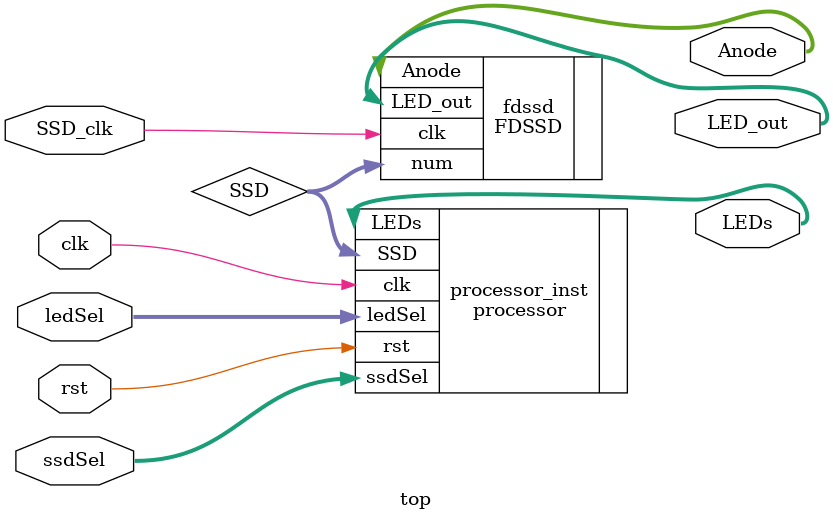
<source format=v>
`timescale 1ns / 1ps


module top(
    input clk, 
    input SSD_clk,
    input rst,
    input [1:0] ledSel,
    input [3:0] ssdSel,
    output [15:0] LEDs,
    output wire [3:0] Anode,
    output wire [6:0] LED_out
);

    // SSD wire
    wire [12:0] SSD;
    
    
    // Processor
    processor processor_inst(
        .clk(clk), 
        .rst(rst),
        .ledSel(ledSel),
        .ssdSel(ssdSel),
        .LEDs(LEDs),
        .SSD(SSD)
    );


    // FDSSD 
    FDSSD fdssd(
       .clk(SSD_clk),
       .num(SSD),
       .Anode(Anode),
       .LED_out(LED_out)
    );


endmodule

</source>
